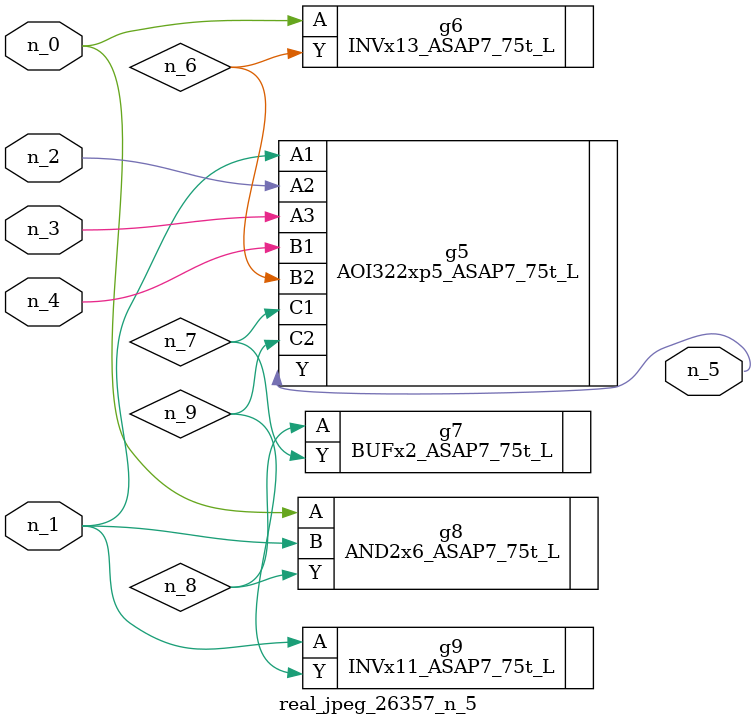
<source format=v>
module real_jpeg_26357_n_5 (n_4, n_0, n_1, n_2, n_3, n_5);

input n_4;
input n_0;
input n_1;
input n_2;
input n_3;

output n_5;

wire n_8;
wire n_6;
wire n_7;
wire n_9;

INVx13_ASAP7_75t_L g6 ( 
.A(n_0),
.Y(n_6)
);

AND2x6_ASAP7_75t_L g8 ( 
.A(n_0),
.B(n_1),
.Y(n_8)
);

AOI322xp5_ASAP7_75t_L g5 ( 
.A1(n_1),
.A2(n_2),
.A3(n_3),
.B1(n_4),
.B2(n_6),
.C1(n_7),
.C2(n_9),
.Y(n_5)
);

INVx11_ASAP7_75t_L g9 ( 
.A(n_1),
.Y(n_9)
);

BUFx2_ASAP7_75t_L g7 ( 
.A(n_8),
.Y(n_7)
);


endmodule
</source>
